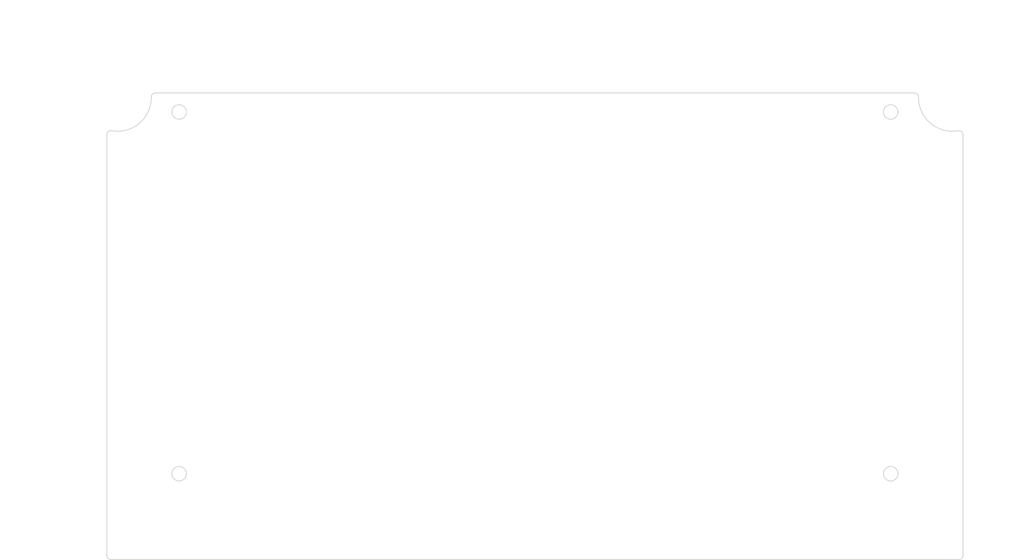
<source format=kicad_pcb>
(kicad_pcb (version 20171130) (host pcbnew "(5.1.0)-1")

  (general
    (thickness 1.6)
    (drawings 76)
    (tracks 0)
    (zones 0)
    (modules 0)
    (nets 1)
  )

  (page A4)
  (layers
    (0 F.Cu signal)
    (31 B.Cu signal)
    (32 B.Adhes user)
    (33 F.Adhes user)
    (34 B.Paste user)
    (35 F.Paste user)
    (36 B.SilkS user)
    (37 F.SilkS user)
    (38 B.Mask user)
    (39 F.Mask user)
    (40 Dwgs.User user)
    (41 Cmts.User user)
    (42 Eco1.User user)
    (43 Eco2.User user)
    (44 Edge.Cuts user)
    (45 Margin user)
    (46 B.CrtYd user)
    (47 F.CrtYd user)
    (48 B.Fab user)
    (49 F.Fab user)
  )

  (setup
    (last_trace_width 0.25)
    (trace_clearance 0.2)
    (zone_clearance 0.508)
    (zone_45_only no)
    (trace_min 0.2)
    (via_size 0.8)
    (via_drill 0.4)
    (via_min_size 0.4)
    (via_min_drill 0.3)
    (uvia_size 0.3)
    (uvia_drill 0.1)
    (uvias_allowed no)
    (uvia_min_size 0.2)
    (uvia_min_drill 0.1)
    (edge_width 0.05)
    (segment_width 0.2)
    (pcb_text_width 0.3)
    (pcb_text_size 1.5 1.5)
    (mod_edge_width 0.12)
    (mod_text_size 1 1)
    (mod_text_width 0.15)
    (pad_size 1.524 1.524)
    (pad_drill 0.762)
    (pad_to_mask_clearance 0.051)
    (solder_mask_min_width 0.25)
    (aux_axis_origin 0 0)
    (visible_elements FFFFFF7F)
    (pcbplotparams
      (layerselection 0x010fc_ffffffff)
      (usegerberextensions false)
      (usegerberattributes false)
      (usegerberadvancedattributes false)
      (creategerberjobfile false)
      (excludeedgelayer true)
      (linewidth 0.152400)
      (plotframeref false)
      (viasonmask false)
      (mode 1)
      (useauxorigin false)
      (hpglpennumber 1)
      (hpglpenspeed 20)
      (hpglpendiameter 15.000000)
      (psnegative false)
      (psa4output false)
      (plotreference true)
      (plotvalue true)
      (plotinvisibletext false)
      (padsonsilk false)
      (subtractmaskfromsilk false)
      (outputformat 1)
      (mirror false)
      (drillshape 1)
      (scaleselection 1)
      (outputdirectory ""))
  )

  (net 0 "")

  (net_class Default "This is the default net class."
    (clearance 0.2)
    (trace_width 0.25)
    (via_dia 0.8)
    (via_drill 0.4)
    (uvia_dia 0.3)
    (uvia_drill 0.1)
  )

  (gr_line (start 54.949933 158.515592) (end 259.431607 158.515592) (layer Edge.Cuts) (width 0.2))
  (gr_arc (start 56.54077 47.090195) (end 55.124075 55.101186) (angle -100.7144269) (layer Edge.Cuts) (width 0.2))
  (gr_circle (center 71.39077 50.580546) (end 73.14077 50.580546) (layer Edge.Cuts) (width 0.2))
  (gr_circle (center 71.39077 137.81941) (end 73.14077 137.81941) (layer Edge.Cuts) (width 0.2))
  (gr_line (start 65.675409 45.980868) (end 248.706131 45.980868) (layer Edge.Cuts) (width 0.2))
  (gr_line (start 53.949933 56.085907) (end 53.949933 157.515592) (layer Edge.Cuts) (width 0.2))
  (gr_arc (start 257.84077 47.090195) (end 249.706059 46.992836) (angle -100.7144269) (layer Edge.Cuts) (width 0.2))
  (gr_circle (center 242.99077 50.580546) (end 244.74077 50.580546) (layer Edge.Cuts) (width 0.2))
  (gr_circle (center 242.99077 137.81941) (end 244.74077 137.81941) (layer Edge.Cuts) (width 0.2))
  (gr_line (start 260.431607 56.085907) (end 260.431607 157.515592) (layer Edge.Cuts) (width 0.2))
  (gr_arc (start 65.675409 46.980868) (end 65.675409 45.980868) (angle -90.68570558) (layer Edge.Cuts) (width 0.2))
  (gr_arc (start 54.949933 56.085907) (end 55.124075 55.101186) (angle -100.0287214) (layer Edge.Cuts) (width 0.2))
  (gr_arc (start 54.949933 157.515592) (end 53.949933 157.515592) (angle -90) (layer Edge.Cuts) (width 0.2))
  (gr_arc (start 248.706131 46.980868) (end 249.706059 46.992836) (angle -90.68570558) (layer Edge.Cuts) (width 0.2))
  (gr_arc (start 259.431607 56.085907) (end 260.431607 56.085907) (angle -100.0287214) (layer Edge.Cuts) (width 0.2))
  (gr_arc (start 259.431607 157.515592) (end 259.431607 158.515592) (angle -90) (layer Edge.Cuts) (width 0.2))
  (gr_text [.69] (at 62.670352 62.442976) (layer Dwgs.User)
    (effects (font (size 1.7 1.53) (thickness 0.2125)))
  )
  (gr_text " 17.44" (at 62.670352 58.900036) (layer Dwgs.User)
    (effects (font (size 1.7 1.53) (thickness 0.2125)))
  )
  (gr_line (start 69.39077 60.553515) (end 66.714383 60.553515) (layer Dwgs.User) (width 0.2))
  (gr_line (start 55.949933 60.553515) (end 58.62632 60.553515) (layer Dwgs.User) (width 0.2))
  (gr_line (start 71.39077 51.580546) (end 71.39077 63.728515) (layer Dwgs.User) (width 0.2))
  (gr_text [.18] (at 90.632146 59.361528) (layer Dwgs.User)
    (effects (font (size 1.7 1.53) (thickness 0.2125)))
  )
  (gr_text " 4.60" (at 90.632146 55.804093) (layer Dwgs.User)
    (effects (font (size 1.7 1.53) (thickness 0.2125)))
  )
  (gr_line (start 96.016355 57.472067) (end 94.016355 57.472067) (layer Dwgs.User) (width 0.2))
  (gr_line (start 96.016355 52.580546) (end 96.016355 57.472067) (layer Dwgs.User) (width 0.2))
  (gr_line (start 96.016355 43.980868) (end 96.016355 41.980868) (layer Dwgs.User) (width 0.2))
  (gr_line (start 72.39077 50.580546) (end 99.191355 50.580546) (layer Dwgs.User) (width 0.2))
  (gr_text [3.43] (at 84.242311 96.089439) (layer Dwgs.User)
    (effects (font (size 1.7 1.53) (thickness 0.2125)))
  )
  (gr_text " 87.24" (at 84.242311 92.532004) (layer Dwgs.User)
    (effects (font (size 1.7 1.53) (thickness 0.2125)))
  )
  (gr_line (start 84.242311 135.81941) (end 84.242311 97.757413) (layer Dwgs.User) (width 0.2))
  (gr_line (start 84.242311 52.580546) (end 84.242311 90.642542) (layer Dwgs.User) (width 0.2))
  (gr_line (start 72.39077 137.81941) (end 87.417311 137.81941) (layer Dwgs.User) (width 0.2))
  (gr_line (start 72.39077 50.580546) (end 87.417311 50.580546) (layer Dwgs.User) (width 0.2))
  (gr_text [R0.04] (at 270.647115 56.398198) (layer Dwgs.User)
    (effects (font (size 1.7 1.53) (thickness 0.2125)))
  )
  (gr_text " R1.00" (at 270.647115 52.840763) (layer Dwgs.User)
    (effects (font (size 1.7 1.53) (thickness 0.2125)))
  )
  (gr_line (start 264.176344 54.508737) (end 262.278449 55.139605) (layer Dwgs.User) (width 0.2))
  (gr_line (start 266.176344 54.508737) (end 264.176344 54.508737) (layer Dwgs.User) (width 0.2))
  (gr_line (start 242.99077 50.670546) (end 242.99077 50.490546) (layer Dwgs.User) (width 0.2))
  (gr_line (start 242.90077 50.580546) (end 243.08077 50.580546) (layer Dwgs.User) (width 0.2))
  (gr_text " ∅3.50\n[∅0.14]" (at 226.796445 56.875072) (layer Dwgs.User)
    (effects (font (size 1.7 1.53) (thickness 0.2125)))
  )
  (gr_line (start 233.333314 56.875072) (end 239.849163 52.628179) (layer Dwgs.User) (width 0.2))
  (gr_line (start 231.333314 56.875072) (end 233.333314 56.875072) (layer Dwgs.User) (width 0.2))
  (gr_text [R0.32] (at 242.969036 59.885872) (layer Dwgs.User)
    (effects (font (size 1.7 1.53) (thickness 0.2125)))
  )
  (gr_text " R8.14" (at 242.969036 56.328436) (layer Dwgs.User)
    (effects (font (size 1.7 1.53) (thickness 0.2125)))
  )
  (gr_line (start 249.439807 57.996411) (end 251.655824 55.119555) (layer Dwgs.User) (width 0.2))
  (gr_line (start 247.439807 57.996411) (end 249.439807 57.996411) (layer Dwgs.User) (width 0.2))
  (gr_text [4.07] (at 44.949933 108.69785) (layer Dwgs.User)
    (effects (font (size 1.7 1.53) (thickness 0.2125)))
  )
  (gr_text " 103.41" (at 44.949933 105.139835) (layer Dwgs.User)
    (effects (font (size 1.7 1.53) (thickness 0.2125)))
  )
  (gr_line (start 44.949933 156.515592) (end 44.949933 110.366404) (layer Dwgs.User) (width 0.2))
  (gr_line (start 44.949933 57.101186) (end 44.949933 103.250374) (layer Dwgs.User) (width 0.2))
  (gr_line (start 53.949933 158.515592) (end 41.774933 158.515592) (layer Dwgs.User) (width 0.2))
  (gr_line (start 54.124075 55.101186) (end 41.774933 55.101186) (layer Dwgs.User) (width 0.2))
  (gr_text [7.28] (at 157.19077 35.490739) (layer Dwgs.User)
    (effects (font (size 1.7 1.53) (thickness 0.2125)))
  )
  (gr_text " 185.03" (at 157.19077 31.932724) (layer Dwgs.User)
    (effects (font (size 1.7 1.53) (thickness 0.2125)))
  )
  (gr_line (start 66.675481 33.601277) (end 152.482857 33.601277) (layer Dwgs.User) (width 0.2))
  (gr_line (start 247.706059 33.601277) (end 161.898683 33.601277) (layer Dwgs.User) (width 0.2))
  (gr_line (start 64.675481 45.992836) (end 64.675481 30.426277) (layer Dwgs.User) (width 0.2))
  (gr_line (start 249.706059 45.992836) (end 249.706059 30.426277) (layer Dwgs.User) (width 0.2))
  (gr_text [6.76] (at 157.19077 42.470007) (layer Dwgs.User)
    (effects (font (size 1.7 1.53) (thickness 0.2125)))
  )
  (gr_text " 171.60" (at 157.19077 38.912572) (layer Dwgs.User)
    (effects (font (size 1.7 1.53) (thickness 0.2125)))
  )
  (gr_line (start 240.99077 40.580546) (end 161.895784 40.580546) (layer Dwgs.User) (width 0.2))
  (gr_line (start 73.39077 40.580546) (end 152.485756 40.580546) (layer Dwgs.User) (width 0.2))
  (gr_line (start 242.99077 49.580546) (end 242.99077 37.405546) (layer Dwgs.User) (width 0.2))
  (gr_line (start 71.39077 49.580546) (end 71.39077 37.405546) (layer Dwgs.User) (width 0.2))
  (gr_text [8.13] (at 157.19077 28.741969) (layer Dwgs.User)
    (effects (font (size 1.7 1.53) (thickness 0.2125)))
  )
  (gr_text " 206.48" (at 157.19077 25.184534) (layer Dwgs.User)
    (effects (font (size 1.7 1.53) (thickness 0.2125)))
  )
  (gr_line (start 258.431607 26.852508) (end 161.900422 26.852508) (layer Dwgs.User) (width 0.2))
  (gr_line (start 55.949933 26.852508) (end 152.481118 26.852508) (layer Dwgs.User) (width 0.2))
  (gr_line (start 260.431607 55.085907) (end 260.431607 23.677508) (layer Dwgs.User) (width 0.2))
  (gr_line (start 53.949933 55.085907) (end 53.949933 23.677508) (layer Dwgs.User) (width 0.2))
  (gr_text [4.43] (at 32.949933 104.137691) (layer Dwgs.User)
    (effects (font (size 1.7 1.53) (thickness 0.2125)))
  )
  (gr_text " 112.53" (at 32.949933 100.579676) (layer Dwgs.User)
    (effects (font (size 1.7 1.53) (thickness 0.2125)))
  )
  (gr_line (start 32.949933 156.515592) (end 32.949933 105.806245) (layer Dwgs.User) (width 0.2))
  (gr_line (start 32.949933 47.980868) (end 32.949933 98.690215) (layer Dwgs.User) (width 0.2))
  (gr_line (start 53.949933 158.515592) (end 29.774933 158.515592) (layer Dwgs.User) (width 0.2))
  (gr_line (start 64.675409 45.980868) (end 29.774933 45.980868) (layer Dwgs.User) (width 0.2))

)

</source>
